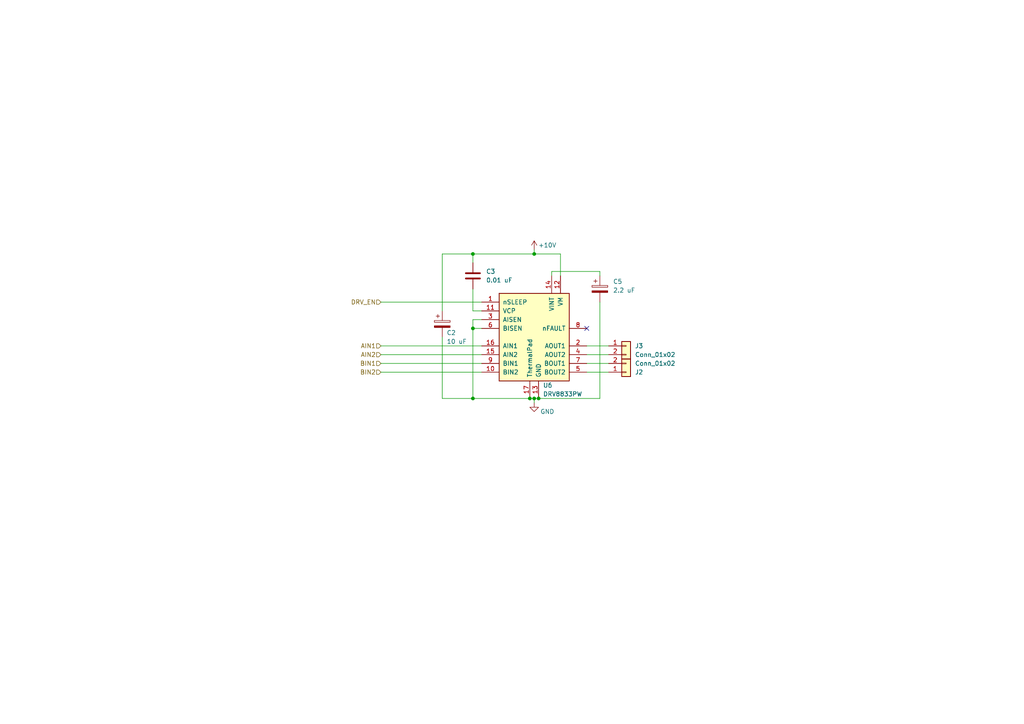
<source format=kicad_sch>
(kicad_sch (version 20230121) (generator eeschema)
  (paper "A4")
  (lib_symbols
    (symbol "Connector_Generic:Conn_01x02" (pin_names (offset 1.016) hide)
      (property "Reference" "J" (at 0 2.54 0))
      (property "Value" "Conn_01x02" (at 0 -5.08 0))
      (symbol "Conn_01x02_1_1"
        (rectangle (start -1.27 -2.413) (end 0 -2.667) (stroke (width 0.1524)))
        (rectangle (start -1.27 0.127) (end 0 -0.127) (stroke (width 0.1524)))
        (rectangle (start -1.27 1.27) (end 1.27 -3.81) (stroke (width 0.254)) (fill (type background)))
        (pin passive line (at -5.08 0 0) (length 3.81) (name "Pin_1") (number "1"))
        (pin passive line (at -5.08 -2.54 0) (length 3.81) (name "Pin_2") (number "2"))
      )
    )
    (symbol "Device:C" (pin_numbers hide) (pin_names (offset 0.254))
      (property "Reference" "C" (at 0.635 2.54 0))
      (property "Value" "C" (at 0.635 -2.54 0))
      (symbol "C_0_1"
        (polyline (pts (xy -2.032 -0.762) (xy 2.032 -0.762)) (stroke (width 0.508)))
        (polyline (pts (xy -2.032 0.762) (xy 2.032 0.762)) (stroke (width 0.508)))
      )
      (symbol "C_1_1"
        (pin passive line (at 0 3.81 270) (length 2.794) (name "~") (number "1"))
        (pin passive line (at 0 -3.81 90) (length 2.794) (name "~") (number "2"))
      )
    )
    (symbol "Device:C_Polarized" (pin_numbers hide) (pin_names (offset 0.254))
      (property "Reference" "C" (at 0.635 2.54 0))
      (property "Value" "C_Polarized" (at 0.635 -2.54 0))
      (symbol "C_Polarized_0_1"
        (rectangle (start -2.286 0.508) (end 2.286 1.016))
        (polyline (pts (xy -1.778 2.286) (xy -0.762 2.286)))
        (polyline (pts (xy -1.27 2.794) (xy -1.27 1.778)))
        (rectangle (start 2.286 -0.508) (end -2.286 -1.016) (fill (type outline)))
      )
      (symbol "C_Polarized_1_1"
        (pin passive line (at 0 3.81 270) (length 2.794) (name "~") (number "1"))
        (pin passive line (at 0 -3.81 90) (length 2.794) (name "~") (number "2"))
      )
    )
    (symbol "Driver_Motor:DRV8833PW" (pin_names (offset 1.016))
      (property "Reference" "U6" (at 2.54 -13.97 0))
      (property "Value" "DRV8833PW" (at 2.54 -16.51 0))
      (symbol "DRV8833PW_0_1"
        (rectangle (start -10.16 12.7) (end 10.16 -12.7) (stroke (width 0.254)) (fill (type background)))
      )
      (symbol "DRV8833PW_1_1"
        (pin input line (at -15.24 10.16 0) (length 5.08) (name "nSLEEP") (number "1"))
        (pin input line (at -15.24 -10.16 0) (length 5.08) (name "BIN2") (number "10"))
        (pin bidirectional line (at -15.24 7.62 0) (length 5.08) (name "VCP") (number "11"))
        (pin power_in line (at 7.62 17.78 270) (length 5.08) (name "VM") (number "12"))
        (pin power_in line (at 1.27 -17.78 90) (length 5.08) (name "GND") (number "13"))
        (pin power_in line (at 5.08 17.78 270) (length 5.08) (name "VINT") (number "14"))
        (pin input line (at -15.24 -5.08 0) (length 5.08) (name "AIN2") (number "15"))
        (pin input line (at -15.24 -2.54 0) (length 5.08) (name "AIN1") (number "16"))
        (pin power_in line (at -1.27 -17.78 90) (length 5.08) (name "ThermalPad") (number "17"))
        (pin power_out line (at 15.24 -2.54 180) (length 5.08) (name "AOUT1") (number "2"))
        (pin bidirectional line (at -15.24 5.08 0) (length 5.08) (name "AISEN") (number "3"))
        (pin power_out line (at 15.24 -5.08 180) (length 5.08) (name "AOUT2") (number "4"))
        (pin power_out line (at 15.24 -10.16 180) (length 5.08) (name "BOUT2") (number "5"))
        (pin bidirectional line (at -15.24 2.54 0) (length 5.08) (name "BISEN") (number "6"))
        (pin power_out line (at 15.24 -7.62 180) (length 5.08) (name "BOUT1") (number "7"))
        (pin open_collector line (at 15.24 2.54 180) (length 5.08) (name "nFAULT") (number "8"))
        (pin input line (at -15.24 -7.62 0) (length 5.08) (name "BIN1") (number "9"))
      )
    )
    (symbol "power:+10V" (power) (pin_names (offset 0))
      (property "Value" "+10V" (at 0 3.556 0))
      (symbol "+10V_0_1"
        (polyline (pts (xy -0.762 1.27) (xy 0 2.54)))
        (polyline (pts (xy 0 0) (xy 0 2.54)))
        (polyline (pts (xy 0 2.54) (xy 0.762 1.27)))
      )
      (symbol "+10V_1_1"
        (pin power_in line (at 0 0 90) (length 0) hide (name "+10V") (number "1"))
      )
    )
    (symbol "power:GND" (power) (pin_names (offset 0))
      (property "Value" "GND" (at 0 -3.81 0))
      (symbol "GND_0_1"
        (polyline (pts (xy 0 0) (xy 0 -1.27) (xy 1.27 -1.27) (xy 0 -2.54) (xy -1.27 -1.27) (xy 0 -1.27)))
      )
      (symbol "GND_1_1"
        (pin power_in line (at 0 0 270) (length 0) hide (name "GND") (number "1"))
      )
    )
  )
  (junction (at 156.21 115.57))
  (junction (at 137.16 95.25))
  (junction (at 154.94 115.57))
  (junction (at 153.67 115.57))
  (junction (at 154.94 73.66))
  (junction (at 137.16 115.57))
  (junction (at 137.16 73.66))
  (no_connect (at 170.18 95.25))
  (wire (pts (xy 128.27 73.66) (xy 137.16 73.66)))
  (wire (pts (xy 128.27 115.57) (xy 137.16 115.57)))
  (wire (pts (xy 110.49 87.63) (xy 139.7 87.63)))
  (wire (pts (xy 137.16 115.57) (xy 153.67 115.57)))
  (wire (pts (xy 110.49 102.87) (xy 139.7 102.87)))
  (wire (pts (xy 160.02 80.01) (xy 160.02 78.74)))
  (wire (pts (xy 139.7 92.71) (xy 137.16 92.71)))
  (wire (pts (xy 173.99 115.57) (xy 156.21 115.57)))
  (wire (pts (xy 128.27 73.66) (xy 128.27 90.17)))
  (wire (pts (xy 137.16 90.17) (xy 139.7 90.17)))
  (wire (pts (xy 137.16 83.82) (xy 137.16 90.17)))
  (wire (pts (xy 170.18 107.95) (xy 176.53 107.95)))
  (wire (pts (xy 173.99 87.63) (xy 173.99 115.57)))
  (wire (pts (xy 137.16 92.71) (xy 137.16 95.25)))
  (wire (pts (xy 173.99 78.74) (xy 173.99 80.01)))
  (wire (pts (xy 110.49 107.95) (xy 139.7 107.95)))
  (wire (pts (xy 137.16 73.66) (xy 154.94 73.66)))
  (wire (pts (xy 170.18 102.87) (xy 176.53 102.87)))
  (wire (pts (xy 160.02 78.74) (xy 173.99 78.74)))
  (wire (pts (xy 137.16 95.25) (xy 139.7 95.25)))
  (wire (pts (xy 154.94 73.66) (xy 162.56 73.66)))
  (wire (pts (xy 137.16 95.25) (xy 137.16 115.57)))
  (wire (pts (xy 137.16 76.2) (xy 137.16 73.66)))
  (wire (pts (xy 162.56 73.66) (xy 162.56 80.01)))
  (wire (pts (xy 154.94 73.66) (xy 154.94 72.39)))
  (wire (pts (xy 154.94 115.57) (xy 154.94 116.84)))
  (wire (pts (xy 128.27 97.79) (xy 128.27 115.57)))
  (wire (pts (xy 170.18 105.41) (xy 176.53 105.41)))
  (wire (pts (xy 153.67 115.57) (xy 154.94 115.57)))
  (wire (pts (xy 110.49 105.41) (xy 139.7 105.41)))
  (wire (pts (xy 170.18 100.33) (xy 176.53 100.33)))
  (wire (pts (xy 156.21 115.57) (xy 154.94 115.57)))
  (wire (pts (xy 110.49 100.33) (xy 139.7 100.33)))
  (hierarchical_label "DRV_EN" (shape input) (at 110.49 87.63 180))
  (hierarchical_label "AIN2" (shape input) (at 110.49 102.87 180))
  (hierarchical_label "BIN1" (shape input) (at 110.49 105.41 180))
  (hierarchical_label "AIN1" (shape input) (at 110.49 100.33 180))
  (hierarchical_label "BIN2" (shape input) (at 110.49 107.95 180))
  (symbol (lib_id "Device:C") (at 137.16 80.01 0) (unit 1)
    (property "Reference" "C3" (at 140.97 78.7399 0) (effects (justify left)))
    (property "Value" "0.01 uF" (at 140.97 81.2799 0) (effects (justify left)))
    (property "Footprint" "Capacitor_SMD:C_0603_1608Metric_Pad1.08x0.95mm_HandSolder" (effects hide))
    (instances (project "garden_valve_controller" (path "" (reference "C3") (unit 1)) (path "" (reference "C3") (unit 1)) (path "" (reference "C10") (unit 1)) (path "" (reference "C17") (unit 1))))
  )
  (symbol (lib_id "Device:C_Polarized") (at 128.27 93.98 0) (unit 1)
    (property "Reference" "C2" (at 129.54 96.52 0) (effects (justify left)))
    (property "Value" "10 uF" (at 129.54 99.06 0) (effects (justify left)))
    (property "Footprint" "Capacitor_SMD:C_1206_3216Metric_Pad1.33x1.80mm_HandSolder" (effects hide))
    (instances (project "garden_valve_controller" (path "" (reference "C2") (unit 1)) (path "" (reference "C2") (unit 1)) (path "" (reference "C9") (unit 1)) (path "" (reference "C16") (unit 1))))
  )
  (symbol (lib_id "power:+10V") (at 154.94 72.39 0) (unit 1)
    (property "Reference" "#PWR0104" (effects hide))
    (property "Value" "+10V" (at 158.75 71.12 0))
    (instances (project "garden_valve_controller" (path "" (reference "#PWR0104") (unit 1)) (path "" (reference "#PWR08") (unit 1)) (path "" (reference "#PWR02") (unit 1)) (path "" (reference "#PWR04") (unit 1))))
  )
  (symbol (lib_id "Connector_Generic:Conn_01x02") (at 181.61 107.95 0) (mirror x) (unit 1)
    (property "Reference" "J2" (at 184.15 107.9501 0) (effects (justify left)))
    (property "Value" "Conn_01x02" (at 184.15 105.4101 0) (effects (justify left)))
    (property "Footprint" "custom_footprints:Terminal_5mm" (effects hide))
    (instances (project "garden_valve_controller" (path "" (reference "J2") (unit 1)) (path "" (reference "J2") (unit 1)) (path "" (reference "J5") (unit 1)) (path "" (reference "J7") (unit 1))))
  )
  (symbol (lib_id "Device:C_Polarized") (at 173.99 83.82 0) (unit 1)
    (property "Reference" "C5" (at 177.8 81.6609 0) (effects (justify left)))
    (property "Value" "2.2 uF" (at 177.8 84.2009 0) (effects (justify left)))
    (property "Footprint" "Capacitor_SMD:C_0603_1608Metric_Pad1.08x0.95mm_HandSolder" (effects hide))
    (instances (project "garden_valve_controller" (path "" (reference "C5") (unit 1)) (path "" (reference "C5") (unit 1)) (path "" (reference "C15") (unit 1)) (path "" (reference "C18") (unit 1))))
  )
  (symbol (lib_id "Connector_Generic:Conn_01x02") (at 181.61 100.33 0) (unit 1)
    (property "Reference" "J3" (at 184.15 100.3299 0) (effects (justify left)))
    (property "Value" "Conn_01x02" (at 184.15 102.8699 0) (effects (justify left)))
    (property "Footprint" "custom_footprints:Terminal_5mm" (effects hide))
    (instances (project "garden_valve_controller" (path "" (reference "J3") (unit 1)) (path "" (reference "J3") (unit 1)) (path "" (reference "J6") (unit 1)) (path "" (reference "J8") (unit 1))))
  )
  (symbol (lib_id "power:GND") (at 154.94 116.84 0) (unit 1)
    (property "Reference" "#PWR0107" (effects hide))
    (property "Value" "GND" (at 158.75 119.38 0))
    (instances (project "garden_valve_controller" (path "" (reference "#PWR0107") (unit 1)) (path "" (reference "#PWR09") (unit 1)) (path "" (reference "#PWR03") (unit 1)) (path "" (reference "#PWR05") (unit 1))))
  )
  (symbol (lib_id "Driver_Motor:DRV8833PW") (at 154.94 97.79 0) (unit 1)
    (property "Reference" "U6" (at 157.48 111.76 0) (effects (justify left)))
    (property "Value" "DRV8833PW" (at 157.48 114.3 0) (effects (justify left)))
    (property "Footprint" "Package_SO:HTSSOP-16-1EP_4.4x5mm_P0.65mm_EP3x3mm" (effects hide))
    (property "Datasheet" "http://www.ti.com/lit/ds/symlink/drv8833.pdf" (effects hide))
    (instances (project "garden_valve_controller" (path "" (reference "U6") (unit 1)) (path "" (reference "U6") (unit 1)) (path "" (reference "U11") (unit 1)) (path "" (reference "U12") (unit 1))))
  )
)
</source>
